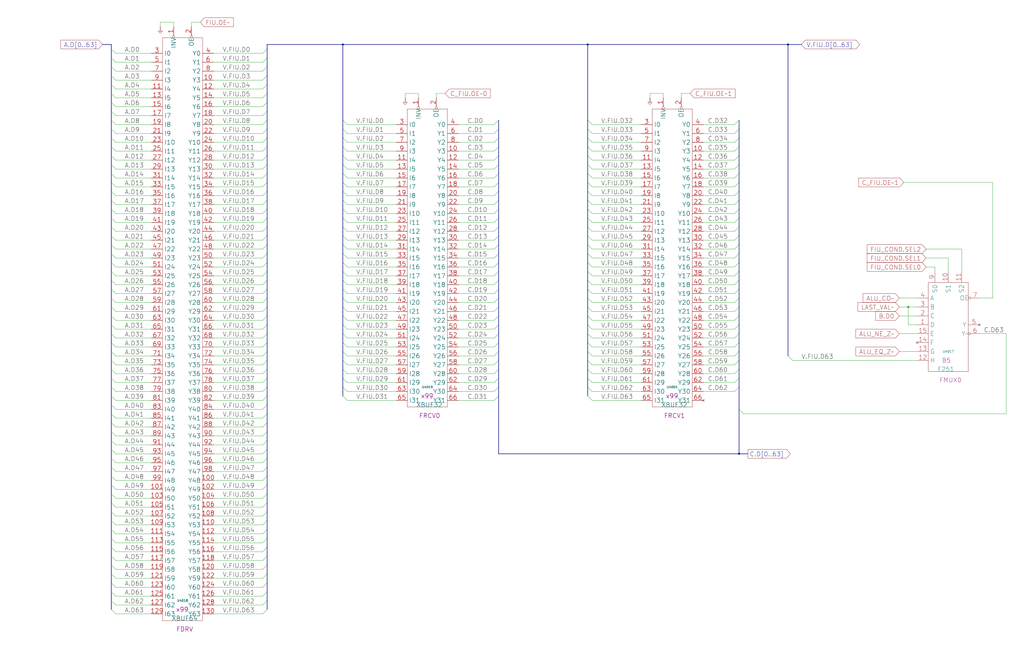
<source format=kicad_sch>
(kicad_sch (version 20230121) (generator eeschema)
  (paper "User" 584.2 378.46)
  (title_block (title "FIU DRIVER AND RECEIVER") (date "22-MAR-90") (rev "1.0") (comment 1 "VALUE") (comment 2 "232-003063") (comment 3 "S400") (comment 4 "RELEASED"))
  (junction (at 195.58 25.4))
  (junction (at 335.28 25.4))
  (junction (at 518.16 175.26))
  (junction (at 421.64 259.08))
  (junction (at 449.58 25.4))
  (no_connect (at 558.8 185.42))
  (no_connect (at 523.24 195.58))
  (no_connect (at 401.32 228.6))
  (bus_entry (at 284.48 165.1) (size -2.54 2.54))
  (bus_entry (at 63.5 215.9) (size 2.54 2.54))
  (bus_entry (at 284.48 170.18) (size -2.54 2.54))
  (bus_entry (at 63.5 99.06) (size 2.54 2.54))
  (bus_entry (at 449.58 203.2) (size 2.54 2.54))
  (bus_entry (at 284.48 134.62) (size -2.54 2.54))
  (bus_entry (at 63.5 312.42) (size 2.54 2.54))
  (bus_entry (at 421.64 180.34) (size -2.54 2.54))
  (bus_entry (at 421.64 210.82) (size -2.54 2.54))
  (bus_entry (at 421.64 124.46) (size -2.54 2.54))
  (bus_entry (at 284.48 205.74) (size -2.54 2.54))
  (bus_entry (at 195.58 220.98) (size 2.54 2.54))
  (bus_entry (at 335.28 190.5) (size 2.54 2.54))
  (bus_entry (at 421.64 195.58) (size -2.54 2.54))
  (bus_entry (at 63.5 170.18) (size 2.54 2.54))
  (bus_entry (at 152.4 170.18) (size -2.54 2.54))
  (bus_entry (at 152.4 200.66) (size -2.54 2.54))
  (bus_entry (at 195.58 73.66) (size 2.54 2.54))
  (bus_entry (at 284.48 220.98) (size -2.54 2.54))
  (bus_entry (at 152.4 210.82) (size -2.54 2.54))
  (bus_entry (at 152.4 149.86) (size -2.54 2.54))
  (bus_entry (at 421.64 165.1) (size -2.54 2.54))
  (bus_entry (at 63.5 78.74) (size 2.54 2.54))
  (bus_entry (at 335.28 180.34) (size 2.54 2.54))
  (bus_entry (at 152.4 165.1) (size -2.54 2.54))
  (bus_entry (at 335.28 99.06) (size 2.54 2.54))
  (bus_entry (at 63.5 27.94) (size 2.54 2.54))
  (bus_entry (at 63.5 119.38) (size 2.54 2.54))
  (bus_entry (at 421.64 109.22) (size -2.54 2.54))
  (bus_entry (at 152.4 246.38) (size -2.54 2.54))
  (bus_entry (at 63.5 88.9) (size 2.54 2.54))
  (bus_entry (at 195.58 114.3) (size 2.54 2.54))
  (bus_entry (at 63.5 266.7) (size 2.54 2.54))
  (bus_entry (at 195.58 160.02) (size 2.54 2.54))
  (bus_entry (at 63.5 220.98) (size 2.54 2.54))
  (bus_entry (at 195.58 226.06) (size 2.54 2.54))
  (bus_entry (at 195.58 215.9) (size 2.54 2.54))
  (bus_entry (at 63.5 160.02) (size 2.54 2.54))
  (bus_entry (at 421.64 139.7) (size -2.54 2.54))
  (bus_entry (at 63.5 83.82) (size 2.54 2.54))
  (bus_entry (at 152.4 307.34) (size -2.54 2.54))
  (bus_entry (at 63.5 322.58) (size 2.54 2.54))
  (bus_entry (at 152.4 58.42) (size -2.54 2.54))
  (bus_entry (at 152.4 322.58) (size -2.54 2.54))
  (bus_entry (at 421.64 144.78) (size -2.54 2.54))
  (bus_entry (at 335.28 144.78) (size 2.54 2.54))
  (bus_entry (at 63.5 185.42) (size 2.54 2.54))
  (bus_entry (at 284.48 190.5) (size -2.54 2.54))
  (bus_entry (at 152.4 205.74) (size -2.54 2.54))
  (bus_entry (at 152.4 119.38) (size -2.54 2.54))
  (bus_entry (at 152.4 99.06) (size -2.54 2.54))
  (bus_entry (at 421.64 129.54) (size -2.54 2.54))
  (bus_entry (at 284.48 83.82) (size -2.54 2.54))
  (bus_entry (at 195.58 170.18) (size 2.54 2.54))
  (bus_entry (at 152.4 134.62) (size -2.54 2.54))
  (bus_entry (at 421.64 134.62) (size -2.54 2.54))
  (bus_entry (at 63.5 281.94) (size 2.54 2.54))
  (bus_entry (at 421.64 170.18) (size -2.54 2.54))
  (bus_entry (at 335.28 154.94) (size 2.54 2.54))
  (bus_entry (at 195.58 104.14) (size 2.54 2.54))
  (bus_entry (at 421.64 233.68) (size 2.54 2.54))
  (bus_entry (at 63.5 63.5) (size 2.54 2.54))
  (bus_entry (at 152.4 139.7) (size -2.54 2.54))
  (bus_entry (at 335.28 170.18) (size 2.54 2.54))
  (bus_entry (at 195.58 124.46) (size 2.54 2.54))
  (bus_entry (at 335.28 195.58) (size 2.54 2.54))
  (bus_entry (at 63.5 231.14) (size 2.54 2.54))
  (bus_entry (at 63.5 317.5) (size 2.54 2.54))
  (bus_entry (at 63.5 165.1) (size 2.54 2.54))
  (bus_entry (at 63.5 53.34) (size 2.54 2.54))
  (bus_entry (at 421.64 220.98) (size -2.54 2.54))
  (bus_entry (at 63.5 261.62) (size 2.54 2.54))
  (bus_entry (at 63.5 205.74) (size 2.54 2.54))
  (bus_entry (at 152.4 180.34) (size -2.54 2.54))
  (bus_entry (at 152.4 73.66) (size -2.54 2.54))
  (bus_entry (at 335.28 205.74) (size 2.54 2.54))
  (bus_entry (at 421.64 99.06) (size -2.54 2.54))
  (bus_entry (at 284.48 99.06) (size -2.54 2.54))
  (bus_entry (at 63.5 302.26) (size 2.54 2.54))
  (bus_entry (at 63.5 38.1) (size 2.54 2.54))
  (bus_entry (at 421.64 114.3) (size -2.54 2.54))
  (bus_entry (at 63.5 271.78) (size 2.54 2.54))
  (bus_entry (at 63.5 144.78) (size 2.54 2.54))
  (bus_entry (at 63.5 33.02) (size 2.54 2.54))
  (bus_entry (at 152.4 144.78) (size -2.54 2.54))
  (bus_entry (at 284.48 93.98) (size -2.54 2.54))
  (bus_entry (at 421.64 185.42) (size -2.54 2.54))
  (bus_entry (at 63.5 347.98) (size 2.54 2.54))
  (bus_entry (at 335.28 78.74) (size 2.54 2.54))
  (bus_entry (at 284.48 195.58) (size -2.54 2.54))
  (bus_entry (at 63.5 236.22) (size 2.54 2.54))
  (bus_entry (at 152.4 347.98) (size -2.54 2.54))
  (bus_entry (at 152.4 266.7) (size -2.54 2.54))
  (bus_entry (at 195.58 119.38) (size 2.54 2.54))
  (bus_entry (at 421.64 119.38) (size -2.54 2.54))
  (bus_entry (at 335.28 88.9) (size 2.54 2.54))
  (bus_entry (at 195.58 149.86) (size 2.54 2.54))
  (bus_entry (at 152.4 276.86) (size -2.54 2.54))
  (bus_entry (at 63.5 68.58) (size 2.54 2.54))
  (bus_entry (at 152.4 281.94) (size -2.54 2.54))
  (bus_entry (at 284.48 78.74) (size -2.54 2.54))
  (bus_entry (at 63.5 134.62) (size 2.54 2.54))
  (bus_entry (at 421.64 160.02) (size -2.54 2.54))
  (bus_entry (at 152.4 175.26) (size -2.54 2.54))
  (bus_entry (at 284.48 114.3) (size -2.54 2.54))
  (bus_entry (at 335.28 124.46) (size 2.54 2.54))
  (bus_entry (at 284.48 226.06) (size -2.54 2.54))
  (bus_entry (at 195.58 83.82) (size 2.54 2.54))
  (bus_entry (at 63.5 154.94) (size 2.54 2.54))
  (bus_entry (at 284.48 175.26) (size -2.54 2.54))
  (bus_entry (at 335.28 114.3) (size 2.54 2.54))
  (bus_entry (at 195.58 129.54) (size 2.54 2.54))
  (bus_entry (at 195.58 154.94) (size 2.54 2.54))
  (bus_entry (at 335.28 210.82) (size 2.54 2.54))
  (bus_entry (at 152.4 231.14) (size -2.54 2.54))
  (bus_entry (at 63.5 256.54) (size 2.54 2.54))
  (bus_entry (at 335.28 93.98) (size 2.54 2.54))
  (bus_entry (at 335.28 220.98) (size 2.54 2.54))
  (bus_entry (at 335.28 83.82) (size 2.54 2.54))
  (bus_entry (at 152.4 271.78) (size -2.54 2.54))
  (bus_entry (at 152.4 68.58) (size -2.54 2.54))
  (bus_entry (at 63.5 226.06) (size 2.54 2.54))
  (bus_entry (at 421.64 175.26) (size -2.54 2.54))
  (bus_entry (at 152.4 251.46) (size -2.54 2.54))
  (bus_entry (at 421.64 200.66) (size -2.54 2.54))
  (bus_entry (at 63.5 241.3) (size 2.54 2.54))
  (bus_entry (at 421.64 205.74) (size -2.54 2.54))
  (bus_entry (at 152.4 287.02) (size -2.54 2.54))
  (bus_entry (at 284.48 119.38) (size -2.54 2.54))
  (bus_entry (at 152.4 63.5) (size -2.54 2.54))
  (bus_entry (at 152.4 317.5) (size -2.54 2.54))
  (bus_entry (at 335.28 160.02) (size 2.54 2.54))
  (bus_entry (at 195.58 99.06) (size 2.54 2.54))
  (bus_entry (at 63.5 43.18) (size 2.54 2.54))
  (bus_entry (at 152.4 124.46) (size -2.54 2.54))
  (bus_entry (at 335.28 139.7) (size 2.54 2.54))
  (bus_entry (at 421.64 88.9) (size -2.54 2.54))
  (bus_entry (at 335.28 109.22) (size 2.54 2.54))
  (bus_entry (at 195.58 144.78) (size 2.54 2.54))
  (bus_entry (at 152.4 220.98) (size -2.54 2.54))
  (bus_entry (at 152.4 48.26) (size -2.54 2.54))
  (bus_entry (at 421.64 83.82) (size -2.54 2.54))
  (bus_entry (at 284.48 154.94) (size -2.54 2.54))
  (bus_entry (at 284.48 144.78) (size -2.54 2.54))
  (bus_entry (at 284.48 88.9) (size -2.54 2.54))
  (bus_entry (at 152.4 114.3) (size -2.54 2.54))
  (bus_entry (at 63.5 139.7) (size 2.54 2.54))
  (bus_entry (at 195.58 134.62) (size 2.54 2.54))
  (bus_entry (at 421.64 149.86) (size -2.54 2.54))
  (bus_entry (at 152.4 256.54) (size -2.54 2.54))
  (bus_entry (at 284.48 68.58) (size -2.54 2.54))
  (bus_entry (at 152.4 302.26) (size -2.54 2.54))
  (bus_entry (at 63.5 58.42) (size 2.54 2.54))
  (bus_entry (at 284.48 149.86) (size -2.54 2.54))
  (bus_entry (at 152.4 53.34) (size -2.54 2.54))
  (bus_entry (at 421.64 73.66) (size -2.54 2.54))
  (bus_entry (at 152.4 226.06) (size -2.54 2.54))
  (bus_entry (at 195.58 109.22) (size 2.54 2.54))
  (bus_entry (at 63.5 327.66) (size 2.54 2.54))
  (bus_entry (at 335.28 119.38) (size 2.54 2.54))
  (bus_entry (at 195.58 78.74) (size 2.54 2.54))
  (bus_entry (at 284.48 109.22) (size -2.54 2.54))
  (bus_entry (at 152.4 195.58) (size -2.54 2.54))
  (bus_entry (at 63.5 114.3) (size 2.54 2.54))
  (bus_entry (at 335.28 226.06) (size 2.54 2.54))
  (bus_entry (at 63.5 332.74) (size 2.54 2.54))
  (bus_entry (at 335.28 215.9) (size 2.54 2.54))
  (bus_entry (at 63.5 48.26) (size 2.54 2.54))
  (bus_entry (at 63.5 195.58) (size 2.54 2.54))
  (bus_entry (at 195.58 200.66) (size 2.54 2.54))
  (bus_entry (at 152.4 292.1) (size -2.54 2.54))
  (bus_entry (at 152.4 93.98) (size -2.54 2.54))
  (bus_entry (at 63.5 287.02) (size 2.54 2.54))
  (bus_entry (at 152.4 88.9) (size -2.54 2.54))
  (bus_entry (at 152.4 337.82) (size -2.54 2.54))
  (bus_entry (at 421.64 78.74) (size -2.54 2.54))
  (bus_entry (at 152.4 33.02) (size -2.54 2.54))
  (bus_entry (at 63.5 251.46) (size 2.54 2.54))
  (bus_entry (at 284.48 73.66) (size -2.54 2.54))
  (bus_entry (at 284.48 180.34) (size -2.54 2.54))
  (bus_entry (at 63.5 292.1) (size 2.54 2.54))
  (bus_entry (at 63.5 149.86) (size 2.54 2.54))
  (bus_entry (at 152.4 160.02) (size -2.54 2.54))
  (bus_entry (at 421.64 190.5) (size -2.54 2.54))
  (bus_entry (at 63.5 200.66) (size 2.54 2.54))
  (bus_entry (at 195.58 175.26) (size 2.54 2.54))
  (bus_entry (at 152.4 104.14) (size -2.54 2.54))
  (bus_entry (at 63.5 124.46) (size 2.54 2.54))
  (bus_entry (at 335.28 165.1) (size 2.54 2.54))
  (bus_entry (at 335.28 73.66) (size 2.54 2.54))
  (bus_entry (at 335.28 134.62) (size 2.54 2.54))
  (bus_entry (at 63.5 246.38) (size 2.54 2.54))
  (bus_entry (at 284.48 185.42) (size -2.54 2.54))
  (bus_entry (at 195.58 205.74) (size 2.54 2.54))
  (bus_entry (at 152.4 215.9) (size -2.54 2.54))
  (bus_entry (at 195.58 93.98) (size 2.54 2.54))
  (bus_entry (at 335.28 68.58) (size 2.54 2.54))
  (bus_entry (at 152.4 154.94) (size -2.54 2.54))
  (bus_entry (at 195.58 139.7) (size 2.54 2.54))
  (bus_entry (at 284.48 139.7) (size -2.54 2.54))
  (bus_entry (at 195.58 190.5) (size 2.54 2.54))
  (bus_entry (at 421.64 215.9) (size -2.54 2.54))
  (bus_entry (at 63.5 73.66) (size 2.54 2.54))
  (bus_entry (at 63.5 175.26) (size 2.54 2.54))
  (bus_entry (at 421.64 68.58) (size -2.54 2.54))
  (bus_entry (at 152.4 27.94) (size -2.54 2.54))
  (bus_entry (at 63.5 210.82) (size 2.54 2.54))
  (bus_entry (at 284.48 129.54) (size -2.54 2.54))
  (bus_entry (at 284.48 104.14) (size -2.54 2.54))
  (bus_entry (at 63.5 307.34) (size 2.54 2.54))
  (bus_entry (at 335.28 129.54) (size 2.54 2.54))
  (bus_entry (at 152.4 297.18) (size -2.54 2.54))
  (bus_entry (at 284.48 200.66) (size -2.54 2.54))
  (bus_entry (at 152.4 185.42) (size -2.54 2.54))
  (bus_entry (at 284.48 210.82) (size -2.54 2.54))
  (bus_entry (at 195.58 185.42) (size 2.54 2.54))
  (bus_entry (at 152.4 342.9) (size -2.54 2.54))
  (bus_entry (at 284.48 124.46) (size -2.54 2.54))
  (bus_entry (at 152.4 38.1) (size -2.54 2.54))
  (bus_entry (at 335.28 200.66) (size 2.54 2.54))
  (bus_entry (at 421.64 154.94) (size -2.54 2.54))
  (bus_entry (at 63.5 109.22) (size 2.54 2.54))
  (bus_entry (at 63.5 180.34) (size 2.54 2.54))
  (bus_entry (at 63.5 104.14) (size 2.54 2.54))
  (bus_entry (at 195.58 195.58) (size 2.54 2.54))
  (bus_entry (at 152.4 83.82) (size -2.54 2.54))
  (bus_entry (at 421.64 104.14) (size -2.54 2.54))
  (bus_entry (at 63.5 297.18) (size 2.54 2.54))
  (bus_entry (at 195.58 68.58) (size 2.54 2.54))
  (bus_entry (at 63.5 276.86) (size 2.54 2.54))
  (bus_entry (at 152.4 312.42) (size -2.54 2.54))
  (bus_entry (at 152.4 236.22) (size -2.54 2.54))
  (bus_entry (at 63.5 337.82) (size 2.54 2.54))
  (bus_entry (at 63.5 93.98) (size 2.54 2.54))
  (bus_entry (at 63.5 190.5) (size 2.54 2.54))
  (bus_entry (at 284.48 215.9) (size -2.54 2.54))
  (bus_entry (at 335.28 185.42) (size 2.54 2.54))
  (bus_entry (at 152.4 43.18) (size -2.54 2.54))
  (bus_entry (at 195.58 165.1) (size 2.54 2.54))
  (bus_entry (at 195.58 180.34) (size 2.54 2.54))
  (bus_entry (at 335.28 175.26) (size 2.54 2.54))
  (bus_entry (at 152.4 78.74) (size -2.54 2.54))
  (bus_entry (at 152.4 109.22) (size -2.54 2.54))
  (bus_entry (at 284.48 160.02) (size -2.54 2.54))
  (bus_entry (at 152.4 241.3) (size -2.54 2.54))
  (bus_entry (at 63.5 129.54) (size 2.54 2.54))
  (bus_entry (at 152.4 261.62) (size -2.54 2.54))
  (bus_entry (at 152.4 129.54) (size -2.54 2.54))
  (bus_entry (at 152.4 190.5) (size -2.54 2.54))
  (bus_entry (at 335.28 149.86) (size 2.54 2.54))
  (bus_entry (at 335.28 104.14) (size 2.54 2.54))
  (bus_entry (at 152.4 332.74) (size -2.54 2.54))
  (bus_entry (at 421.64 93.98) (size -2.54 2.54))
  (bus_entry (at 152.4 327.66) (size -2.54 2.54))
  (bus_entry (at 195.58 88.9) (size 2.54 2.54))
  (bus_entry (at 63.5 342.9) (size 2.54 2.54))
  (bus_entry (at 195.58 210.82) (size 2.54 2.54))
  (wire (pts (xy 261.62 127) (xy 281.94 127)))
  (wire (pts (xy 86.36 314.96) (xy 66.04 314.96)))
  (bus (pts (xy 152.4 78.74) (xy 152.4 83.82)))
  (wire (pts (xy 528.32 152.4) (xy 533.4 152.4)))
  (bus (pts (xy 152.4 33.02) (xy 152.4 38.1)))
  (bus (pts (xy 152.4 144.78) (xy 152.4 149.86)))
  (wire (pts (xy 401.32 162.56) (xy 419.1 162.56)))
  (wire (pts (xy 337.82 91.44) (xy 365.76 91.44)))
  (bus (pts (xy 284.48 200.66) (xy 284.48 205.74)))
  (wire (pts (xy 513.08 175.26) (xy 518.16 175.26)))
  (wire (pts (xy 198.12 71.12) (xy 226.06 71.12)))
  (bus (pts (xy 63.5 180.34) (xy 63.5 185.42)))
  (bus (pts (xy 152.4 312.42) (xy 152.4 317.5)))
  (wire (pts (xy 86.36 203.2) (xy 66.04 203.2)))
  (wire (pts (xy 261.62 106.68) (xy 281.94 106.68)))
  (wire (pts (xy 337.82 167.64) (xy 365.76 167.64)))
  (bus (pts (xy 152.4 241.3) (xy 152.4 246.38)))
  (wire (pts (xy 401.32 121.92) (xy 419.1 121.92)))
  (wire (pts (xy 114.3 12.7) (xy 109.22 12.7)))
  (wire (pts (xy 401.32 116.84) (xy 419.1 116.84)))
  (wire (pts (xy 513.08 190.5) (xy 523.24 190.5)))
  (bus (pts (xy 152.4 175.26) (xy 152.4 180.34)))
  (bus (pts (xy 195.58 25.4) (xy 335.28 25.4)))
  (bus (pts (xy 152.4 307.34) (xy 152.4 312.42)))
  (wire (pts (xy 149.86 35.56) (xy 121.92 35.56)))
  (bus (pts (xy 152.4 43.18) (xy 152.4 48.26)))
  (wire (pts (xy 198.12 101.6) (xy 226.06 101.6)))
  (bus (pts (xy 421.64 180.34) (xy 421.64 185.42)))
  (bus (pts (xy 421.64 129.54) (xy 421.64 134.62)))
  (bus (pts (xy 421.64 175.26) (xy 421.64 180.34)))
  (bus (pts (xy 63.5 215.9) (xy 63.5 220.98)))
  (wire (pts (xy 86.36 259.08) (xy 66.04 259.08)))
  (wire (pts (xy 337.82 111.76) (xy 365.76 111.76)))
  (wire (pts (xy 261.62 193.04) (xy 281.94 193.04)))
  (bus (pts (xy 152.4 246.38) (xy 152.4 251.46)))
  (bus (pts (xy 284.48 190.5) (xy 284.48 195.58)))
  (wire (pts (xy 86.36 254) (xy 66.04 254)))
  (wire (pts (xy 261.62 157.48) (xy 281.94 157.48)))
  (wire (pts (xy 337.82 172.72) (xy 365.76 172.72)))
  (bus (pts (xy 63.5 246.38) (xy 63.5 251.46)))
  (bus (pts (xy 195.58 119.38) (xy 195.58 124.46)))
  (bus (pts (xy 63.5 63.5) (xy 63.5 68.58)))
  (bus (pts (xy 284.48 149.86) (xy 284.48 154.94)))
  (bus (pts (xy 63.5 139.7) (xy 63.5 144.78)))
  (bus (pts (xy 152.4 266.7) (xy 152.4 271.78)))
  (wire (pts (xy 518.16 185.42) (xy 518.16 175.26)))
  (bus (pts (xy 195.58 109.22) (xy 195.58 114.3)))
  (wire (pts (xy 149.86 137.16) (xy 121.92 137.16)))
  (wire (pts (xy 337.82 193.04) (xy 365.76 193.04)))
  (bus (pts (xy 421.64 68.58) (xy 421.64 73.66)))
  (bus (pts (xy 152.4 226.06) (xy 152.4 231.14)))
  (wire (pts (xy 198.12 147.32) (xy 226.06 147.32)))
  (bus (pts (xy 63.5 134.62) (xy 63.5 139.7)))
  (wire (pts (xy 198.12 193.04) (xy 226.06 193.04)))
  (wire (pts (xy 198.12 198.12) (xy 226.06 198.12)))
  (wire (pts (xy 198.12 91.44) (xy 226.06 91.44)))
  (wire (pts (xy 149.86 45.72) (xy 121.92 45.72)))
  (bus (pts (xy 63.5 33.02) (xy 63.5 38.1)))
  (bus (pts (xy 284.48 175.26) (xy 284.48 180.34)))
  (wire (pts (xy 198.12 86.36) (xy 226.06 86.36)))
  (bus (pts (xy 421.64 160.02) (xy 421.64 165.1)))
  (bus (pts (xy 195.58 205.74) (xy 195.58 210.82)))
  (wire (pts (xy 198.12 208.28) (xy 226.06 208.28)))
  (bus (pts (xy 63.5 302.26) (xy 63.5 307.34)))
  (wire (pts (xy 86.36 91.44) (xy 66.04 91.44)))
  (wire (pts (xy 149.86 284.48) (xy 121.92 284.48)))
  (bus (pts (xy 152.4 88.9) (xy 152.4 93.98)))
  (wire (pts (xy 337.82 137.16) (xy 365.76 137.16)))
  (bus (pts (xy 421.64 139.7) (xy 421.64 144.78)))
  (wire (pts (xy 261.62 71.12) (xy 281.94 71.12)))
  (bus (pts (xy 63.5 205.74) (xy 63.5 210.82)))
  (bus (pts (xy 152.4 256.54) (xy 152.4 261.62)))
  (wire (pts (xy 149.86 340.36) (xy 121.92 340.36)))
  (bus (pts (xy 335.28 68.58) (xy 335.28 73.66)))
  (wire (pts (xy 86.36 182.88) (xy 66.04 182.88)))
  (wire (pts (xy 558.8 170.18) (xy 566.42 170.18)))
  (wire (pts (xy 261.62 81.28) (xy 281.94 81.28)))
  (bus (pts (xy 421.64 210.82) (xy 421.64 215.9)))
  (bus (pts (xy 195.58 185.42) (xy 195.58 190.5)))
  (bus (pts (xy 284.48 210.82) (xy 284.48 215.9)))
  (wire (pts (xy 198.12 142.24) (xy 226.06 142.24)))
  (bus (pts (xy 421.64 104.14) (xy 421.64 109.22)))
  (wire (pts (xy 198.12 162.56) (xy 226.06 162.56)))
  (bus (pts (xy 284.48 226.06) (xy 284.48 259.08)))
  (wire (pts (xy 261.62 167.64) (xy 281.94 167.64)))
  (bus (pts (xy 152.4 302.26) (xy 152.4 307.34)))
  (bus (pts (xy 195.58 154.94) (xy 195.58 160.02)))
  (wire (pts (xy 149.86 218.44) (xy 121.92 218.44)))
  (bus (pts (xy 152.4 231.14) (xy 152.4 236.22)))
  (bus (pts (xy 195.58 129.54) (xy 195.58 134.62)))
  (wire (pts (xy 261.62 121.92) (xy 281.94 121.92)))
  (bus (pts (xy 195.58 25.4) (xy 195.58 68.58)))
  (bus (pts (xy 63.5 236.22) (xy 63.5 241.3)))
  (wire (pts (xy 86.36 274.32) (xy 66.04 274.32)))
  (bus (pts (xy 63.5 317.5) (xy 63.5 322.58)))
  (bus (pts (xy 152.4 83.82) (xy 152.4 88.9)))
  (wire (pts (xy 86.36 50.8) (xy 66.04 50.8)))
  (bus (pts (xy 63.5 25.4) (xy 63.5 27.94)))
  (bus (pts (xy 335.28 149.86) (xy 335.28 154.94)))
  (bus (pts (xy 152.4 215.9) (xy 152.4 220.98)))
  (wire (pts (xy 86.36 238.76) (xy 66.04 238.76)))
  (bus (pts (xy 63.5 185.42) (xy 63.5 190.5)))
  (bus (pts (xy 63.5 104.14) (xy 63.5 109.22)))
  (wire (pts (xy 86.36 121.92) (xy 66.04 121.92)))
  (wire (pts (xy 86.36 350.52) (xy 66.04 350.52)))
  (wire (pts (xy 401.32 111.76) (xy 419.1 111.76)))
  (bus (pts (xy 152.4 58.42) (xy 152.4 63.5)))
  (bus (pts (xy 63.5 231.14) (xy 63.5 236.22)))
  (wire (pts (xy 401.32 177.8) (xy 419.1 177.8)))
  (bus (pts (xy 152.4 200.66) (xy 152.4 205.74)))
  (bus (pts (xy 152.4 292.1) (xy 152.4 297.18)))
  (wire (pts (xy 149.86 177.8) (xy 121.92 177.8)))
  (wire (pts (xy 254 53.34) (xy 248.92 53.34)))
  (wire (pts (xy 388.62 53.34) (xy 388.62 55.88)))
  (wire (pts (xy 401.32 172.72) (xy 419.1 172.72)))
  (bus (pts (xy 421.64 144.78) (xy 421.64 149.86)))
  (bus (pts (xy 152.4 195.58) (xy 152.4 200.66)))
  (wire (pts (xy 370.84 55.88) (xy 370.84 53.34)))
  (bus (pts (xy 421.64 83.82) (xy 421.64 88.9)))
  (bus (pts (xy 63.5 261.62) (xy 63.5 266.7)))
  (wire (pts (xy 149.86 111.76) (xy 121.92 111.76)))
  (wire (pts (xy 261.62 223.52) (xy 281.94 223.52)))
  (wire (pts (xy 149.86 289.56) (xy 121.92 289.56)))
  (wire (pts (xy 99.06 12.7) (xy 99.06 15.24)))
  (bus (pts (xy 421.64 99.06) (xy 421.64 104.14)))
  (wire (pts (xy 513.08 180.34) (xy 523.24 180.34)))
  (bus (pts (xy 335.28 119.38) (xy 335.28 124.46)))
  (wire (pts (xy 86.36 340.36) (xy 66.04 340.36)))
  (bus (pts (xy 152.4 276.86) (xy 152.4 281.94)))
  (wire (pts (xy 424.18 236.22) (xy 574.04 236.22)))
  (wire (pts (xy 86.36 81.28) (xy 66.04 81.28)))
  (bus (pts (xy 284.48 205.74) (xy 284.48 210.82)))
  (wire (pts (xy 149.86 223.52) (xy 121.92 223.52)))
  (wire (pts (xy 86.36 35.56) (xy 66.04 35.56)))
  (bus (pts (xy 195.58 93.98) (xy 195.58 99.06)))
  (wire (pts (xy 149.86 96.52) (xy 121.92 96.52)))
  (bus (pts (xy 152.4 25.4) (xy 195.58 25.4)))
  (wire (pts (xy 149.86 203.2) (xy 121.92 203.2)))
  (wire (pts (xy 198.12 111.76) (xy 226.06 111.76)))
  (bus (pts (xy 152.4 38.1) (xy 152.4 43.18)))
  (wire (pts (xy 86.36 157.48) (xy 66.04 157.48)))
  (wire (pts (xy 574.04 190.5) (xy 558.8 190.5)))
  (wire (pts (xy 261.62 187.96) (xy 281.94 187.96)))
  (bus (pts (xy 152.4 287.02) (xy 152.4 292.1)))
  (bus (pts (xy 335.28 114.3) (xy 335.28 119.38)))
  (bus (pts (xy 152.4 297.18) (xy 152.4 302.26)))
  (wire (pts (xy 198.12 127) (xy 226.06 127)))
  (bus (pts (xy 63.5 287.02) (xy 63.5 292.1)))
  (wire (pts (xy 149.86 60.96) (xy 121.92 60.96)))
  (bus (pts (xy 152.4 190.5) (xy 152.4 195.58)))
  (bus (pts (xy 335.28 93.98) (xy 335.28 99.06)))
  (wire (pts (xy 261.62 137.16) (xy 281.94 137.16)))
  (wire (pts (xy 337.82 147.32) (xy 365.76 147.32)))
  (bus (pts (xy 421.64 124.46) (xy 421.64 129.54)))
  (wire (pts (xy 149.86 330.2) (xy 121.92 330.2)))
  (wire (pts (xy 337.82 71.12) (xy 365.76 71.12)))
  (bus (pts (xy 335.28 88.9) (xy 335.28 93.98)))
  (bus (pts (xy 152.4 149.86) (xy 152.4 154.94)))
  (wire (pts (xy 198.12 218.44) (xy 226.06 218.44)))
  (wire (pts (xy 401.32 106.68) (xy 419.1 106.68)))
  (wire (pts (xy 86.36 40.64) (xy 66.04 40.64)))
  (wire (pts (xy 149.86 182.88) (xy 121.92 182.88)))
  (bus (pts (xy 152.4 93.98) (xy 152.4 99.06)))
  (bus (pts (xy 195.58 200.66) (xy 195.58 205.74)))
  (bus (pts (xy 63.5 332.74) (xy 63.5 337.82)))
  (wire (pts (xy 198.12 213.36) (xy 226.06 213.36)))
  (wire (pts (xy 401.32 208.28) (xy 419.1 208.28)))
  (wire (pts (xy 86.36 132.08) (xy 66.04 132.08)))
  (wire (pts (xy 149.86 350.52) (xy 121.92 350.52)))
  (wire (pts (xy 513.08 170.18) (xy 523.24 170.18)))
  (bus (pts (xy 63.5 165.1) (xy 63.5 170.18)))
  (bus (pts (xy 195.58 114.3) (xy 195.58 119.38)))
  (wire (pts (xy 261.62 162.56) (xy 281.94 162.56)))
  (bus (pts (xy 335.28 160.02) (xy 335.28 165.1)))
  (bus (pts (xy 152.4 124.46) (xy 152.4 129.54)))
  (wire (pts (xy 401.32 91.44) (xy 419.1 91.44)))
  (wire (pts (xy 149.86 314.96) (xy 121.92 314.96)))
  (bus (pts (xy 195.58 139.7) (xy 195.58 144.78)))
  (bus (pts (xy 152.4 220.98) (xy 152.4 226.06)))
  (bus (pts (xy 284.48 259.08) (xy 421.64 259.08)))
  (bus (pts (xy 335.28 104.14) (xy 335.28 109.22)))
  (wire (pts (xy 86.36 60.96) (xy 66.04 60.96)))
  (bus (pts (xy 63.5 83.82) (xy 63.5 88.9)))
  (bus (pts (xy 284.48 144.78) (xy 284.48 149.86)))
  (bus (pts (xy 63.5 73.66) (xy 63.5 78.74)))
  (wire (pts (xy 149.86 269.24) (xy 121.92 269.24)))
  (bus (pts (xy 63.5 327.66) (xy 63.5 332.74)))
  (wire (pts (xy 515.62 104.14) (xy 566.42 104.14)))
  (wire (pts (xy 149.86 187.96) (xy 121.92 187.96)))
  (bus (pts (xy 63.5 210.82) (xy 63.5 215.9)))
  (bus (pts (xy 421.64 78.74) (xy 421.64 83.82)))
  (bus (pts (xy 63.5 226.06) (xy 63.5 231.14)))
  (bus (pts (xy 63.5 307.34) (xy 63.5 312.42)))
  (wire (pts (xy 337.82 81.28) (xy 365.76 81.28)))
  (wire (pts (xy 149.86 86.36) (xy 121.92 86.36)))
  (wire (pts (xy 149.86 294.64) (xy 121.92 294.64)))
  (bus (pts (xy 335.28 109.22) (xy 335.28 114.3)))
  (wire (pts (xy 370.84 53.34) (xy 378.46 53.34)))
  (wire (pts (xy 401.32 127) (xy 419.1 127)))
  (bus (pts (xy 63.5 99.06) (xy 63.5 104.14)))
  (bus (pts (xy 63.5 124.46) (xy 63.5 129.54)))
  (bus (pts (xy 63.5 58.42) (xy 63.5 63.5)))
  (bus (pts (xy 152.4 48.26) (xy 152.4 53.34)))
  (bus (pts (xy 63.5 114.3) (xy 63.5 119.38)))
  (wire (pts (xy 337.82 187.96) (xy 365.76 187.96)))
  (wire (pts (xy 86.36 269.24) (xy 66.04 269.24)))
  (bus (pts (xy 63.5 27.94) (xy 63.5 33.02)))
  (wire (pts (xy 86.36 289.56) (xy 66.04 289.56)))
  (bus (pts (xy 63.5 337.82) (xy 63.5 342.9)))
  (bus (pts (xy 421.64 185.42) (xy 421.64 190.5)))
  (bus (pts (xy 421.64 190.5) (xy 421.64 195.58)))
  (wire (pts (xy 337.82 142.24) (xy 365.76 142.24)))
  (bus (pts (xy 421.64 165.1) (xy 421.64 170.18)))
  (wire (pts (xy 86.36 167.64) (xy 66.04 167.64)))
  (wire (pts (xy 261.62 116.84) (xy 281.94 116.84)))
  (wire (pts (xy 149.86 299.72) (xy 121.92 299.72)))
  (wire (pts (xy 149.86 91.44) (xy 121.92 91.44)))
  (bus (pts (xy 152.4 205.74) (xy 152.4 210.82)))
  (bus (pts (xy 63.5 220.98) (xy 63.5 226.06)))
  (wire (pts (xy 261.62 152.4) (xy 281.94 152.4)))
  (wire (pts (xy 149.86 71.12) (xy 121.92 71.12)))
  (wire (pts (xy 337.82 213.36) (xy 365.76 213.36)))
  (wire (pts (xy 149.86 50.8) (xy 121.92 50.8)))
  (wire (pts (xy 198.12 81.28) (xy 226.06 81.28)))
  (bus (pts (xy 152.4 332.74) (xy 152.4 337.82)))
  (wire (pts (xy 149.86 116.84) (xy 121.92 116.84)))
  (wire (pts (xy 261.62 208.28) (xy 281.94 208.28)))
  (wire (pts (xy 86.36 198.12) (xy 66.04 198.12)))
  (wire (pts (xy 86.36 66.04) (xy 66.04 66.04)))
  (bus (pts (xy 195.58 73.66) (xy 195.58 78.74)))
  (wire (pts (xy 149.86 264.16) (xy 121.92 264.16)))
  (wire (pts (xy 86.36 304.8) (xy 66.04 304.8)))
  (bus (pts (xy 426.72 259.08) (xy 421.64 259.08)))
  (wire (pts (xy 261.62 218.44) (xy 281.94 218.44)))
  (bus (pts (xy 152.4 27.94) (xy 152.4 33.02)))
  (bus (pts (xy 284.48 165.1) (xy 284.48 170.18)))
  (bus (pts (xy 63.5 78.74) (xy 63.5 83.82)))
  (bus (pts (xy 152.4 180.34) (xy 152.4 185.42)))
  (wire (pts (xy 198.12 157.48) (xy 226.06 157.48)))
  (bus (pts (xy 63.5 266.7) (xy 63.5 271.78)))
  (bus (pts (xy 335.28 139.7) (xy 335.28 144.78)))
  (wire (pts (xy 86.36 299.72) (xy 66.04 299.72)))
  (bus (pts (xy 335.28 170.18) (xy 335.28 175.26)))
  (bus (pts (xy 152.4 109.22) (xy 152.4 114.3)))
  (wire (pts (xy 261.62 111.76) (xy 281.94 111.76)))
  (bus (pts (xy 63.5 292.1) (xy 63.5 297.18)))
  (wire (pts (xy 86.36 294.64) (xy 66.04 294.64)))
  (wire (pts (xy 337.82 203.2) (xy 365.76 203.2)))
  (wire (pts (xy 149.86 81.28) (xy 121.92 81.28)))
  (wire (pts (xy 149.86 127) (xy 121.92 127)))
  (bus (pts (xy 421.64 109.22) (xy 421.64 114.3)))
  (wire (pts (xy 149.86 167.64) (xy 121.92 167.64)))
  (wire (pts (xy 149.86 274.32) (xy 121.92 274.32)))
  (wire (pts (xy 86.36 86.36) (xy 66.04 86.36)))
  (wire (pts (xy 149.86 106.68) (xy 121.92 106.68)))
  (wire (pts (xy 261.62 76.2) (xy 281.94 76.2)))
  (wire (pts (xy 91.44 12.7) (xy 99.06 12.7)))
  (bus (pts (xy 152.4 53.34) (xy 152.4 58.42)))
  (bus (pts (xy 195.58 99.06) (xy 195.58 104.14)))
  (bus (pts (xy 152.4 139.7) (xy 152.4 144.78)))
  (wire (pts (xy 149.86 228.6) (xy 121.92 228.6)))
  (wire (pts (xy 86.36 264.16) (xy 66.04 264.16)))
  (wire (pts (xy 86.36 218.44) (xy 66.04 218.44)))
  (bus (pts (xy 63.5 271.78) (xy 63.5 276.86)))
  (wire (pts (xy 401.32 167.64) (xy 419.1 167.64)))
  (bus (pts (xy 63.5 88.9) (xy 63.5 93.98)))
  (wire (pts (xy 198.12 106.68) (xy 226.06 106.68)))
  (wire (pts (xy 261.62 172.72) (xy 281.94 172.72)))
  (wire (pts (xy 231.14 53.34) (xy 238.76 53.34)))
  (wire (pts (xy 401.32 142.24) (xy 419.1 142.24)))
  (wire (pts (xy 198.12 152.4) (xy 226.06 152.4)))
  (wire (pts (xy 198.12 76.2) (xy 226.06 76.2)))
  (bus (pts (xy 195.58 165.1) (xy 195.58 170.18)))
  (wire (pts (xy 231.14 55.88) (xy 231.14 53.34)))
  (wire (pts (xy 86.36 76.2) (xy 66.04 76.2)))
  (wire (pts (xy 337.82 177.8) (xy 365.76 177.8)))
  (wire (pts (xy 337.82 162.56) (xy 365.76 162.56)))
  (bus (pts (xy 284.48 78.74) (xy 284.48 83.82)))
  (bus (pts (xy 63.5 342.9) (xy 63.5 347.98)))
  (bus (pts (xy 63.5 256.54) (xy 63.5 261.62)))
  (bus (pts (xy 152.4 73.66) (xy 152.4 78.74)))
  (bus (pts (xy 63.5 129.54) (xy 63.5 134.62)))
  (bus (pts (xy 335.28 73.66) (xy 335.28 78.74)))
  (wire (pts (xy 149.86 162.56) (xy 121.92 162.56)))
  (wire (pts (xy 401.32 193.04) (xy 419.1 193.04)))
  (bus (pts (xy 335.28 25.4) (xy 335.28 68.58)))
  (wire (pts (xy 261.62 101.6) (xy 281.94 101.6)))
  (wire (pts (xy 401.32 137.16) (xy 419.1 137.16)))
  (wire (pts (xy 86.36 279.4) (xy 66.04 279.4)))
  (wire (pts (xy 401.32 218.44) (xy 419.1 218.44)))
  (wire (pts (xy 149.86 66.04) (xy 121.92 66.04)))
  (bus (pts (xy 195.58 134.62) (xy 195.58 139.7)))
  (bus (pts (xy 284.48 114.3) (xy 284.48 119.38)))
  (bus (pts (xy 449.58 25.4) (xy 457.2 25.4)))
  (wire (pts (xy 149.86 198.12) (xy 121.92 198.12)))
  (bus (pts (xy 63.5 53.34) (xy 63.5 58.42)))
  (bus (pts (xy 63.5 68.58) (xy 63.5 73.66)))
  (wire (pts (xy 149.86 254) (xy 121.92 254)))
  (wire (pts (xy 533.4 152.4) (xy 533.4 154.94)))
  (bus (pts (xy 63.5 38.1) (xy 63.5 43.18)))
  (wire (pts (xy 198.12 203.2) (xy 226.06 203.2)))
  (wire (pts (xy 149.86 172.72) (xy 121.92 172.72)))
  (bus (pts (xy 63.5 109.22) (xy 63.5 114.3)))
  (wire (pts (xy 149.86 55.88) (xy 121.92 55.88)))
  (bus (pts (xy 335.28 124.46) (xy 335.28 129.54)))
  (wire (pts (xy 198.12 96.52) (xy 226.06 96.52)))
  (wire (pts (xy 198.12 121.92) (xy 226.06 121.92)))
  (wire (pts (xy 149.86 132.08) (xy 121.92 132.08)))
  (bus (pts (xy 152.4 317.5) (xy 152.4 322.58)))
  (wire (pts (xy 86.36 142.24) (xy 66.04 142.24)))
  (wire (pts (xy 528.32 142.24) (xy 548.64 142.24)))
  (bus (pts (xy 152.4 139.7) (xy 152.4 134.62)))
  (bus (pts (xy 152.4 236.22) (xy 152.4 241.3)))
  (bus (pts (xy 195.58 149.86) (xy 195.58 154.94)))
  (wire (pts (xy 86.36 325.12) (xy 66.04 325.12)))
  (wire (pts (xy 149.86 325.12) (xy 121.92 325.12)))
  (wire (pts (xy 86.36 330.2) (xy 66.04 330.2)))
  (bus (pts (xy 152.4 190.5) (xy 152.4 185.42)))
  (wire (pts (xy 86.36 284.48) (xy 66.04 284.48)))
  (bus (pts (xy 63.5 297.18) (xy 63.5 302.26)))
  (wire (pts (xy 149.86 345.44) (xy 121.92 345.44)))
  (bus (pts (xy 63.5 322.58) (xy 63.5 327.66)))
  (wire (pts (xy 261.62 198.12) (xy 281.94 198.12)))
  (bus (pts (xy 335.28 154.94) (xy 335.28 160.02)))
  (bus (pts (xy 284.48 195.58) (xy 284.48 200.66)))
  (bus (pts (xy 335.28 175.26) (xy 335.28 180.34)))
  (bus (pts (xy 284.48 88.9) (xy 284.48 93.98)))
  (wire (pts (xy 149.86 142.24) (xy 121.92 142.24)))
  (wire (pts (xy 91.44 15.24) (xy 91.44 12.7)))
  (bus (pts (xy 152.4 271.78) (xy 152.4 276.86)))
  (wire (pts (xy 198.12 137.16) (xy 226.06 137.16)))
  (wire (pts (xy 86.36 228.6) (xy 66.04 228.6)))
  (wire (pts (xy 86.36 213.36) (xy 66.04 213.36)))
  (bus (pts (xy 152.4 160.02) (xy 152.4 165.1)))
  (bus (pts (xy 421.64 154.94) (xy 421.64 160.02)))
  (bus (pts (xy 284.48 68.58) (xy 284.48 73.66)))
  (wire (pts (xy 337.82 223.52) (xy 365.76 223.52)))
  (wire (pts (xy 548.64 142.24) (xy 548.64 154.94)))
  (wire (pts (xy 149.86 152.4) (xy 121.92 152.4)))
  (bus (pts (xy 63.5 200.66) (xy 63.5 205.74)))
  (wire (pts (xy 574.04 236.22) (xy 574.04 190.5)))
  (wire (pts (xy 86.36 223.52) (xy 66.04 223.52)))
  (bus (pts (xy 152.4 165.1) (xy 152.4 170.18)))
  (wire (pts (xy 149.86 147.32) (xy 121.92 147.32)))
  (wire (pts (xy 401.32 157.48) (xy 419.1 157.48)))
  (wire (pts (xy 452.12 205.74) (xy 523.24 205.74)))
  (bus (pts (xy 63.5 251.46) (xy 63.5 256.54)))
  (bus (pts (xy 195.58 215.9) (xy 195.58 220.98)))
  (wire (pts (xy 86.36 30.48) (xy 66.04 30.48)))
  (bus (pts (xy 284.48 124.46) (xy 284.48 129.54)))
  (bus (pts (xy 152.4 68.58) (xy 152.4 73.66)))
  (wire (pts (xy 86.36 162.56) (xy 66.04 162.56)))
  (wire (pts (xy 149.86 121.92) (xy 121.92 121.92)))
  (wire (pts (xy 401.32 96.52) (xy 419.1 96.52)))
  (wire (pts (xy 523.24 185.42) (xy 518.16 185.42)))
  (bus (pts (xy 421.64 119.38) (xy 421.64 124.46)))
  (wire (pts (xy 337.82 106.68) (xy 365.76 106.68)))
  (wire (pts (xy 149.86 259.08) (xy 121.92 259.08)))
  (wire (pts (xy 86.36 243.84) (xy 66.04 243.84)))
  (bus (pts (xy 335.28 215.9) (xy 335.28 220.98)))
  (wire (pts (xy 337.82 157.48) (xy 365.76 157.48)))
  (wire (pts (xy 86.36 309.88) (xy 66.04 309.88)))
  (bus (pts (xy 152.4 342.9) (xy 152.4 347.98)))
  (bus (pts (xy 195.58 88.9) (xy 195.58 93.98)))
  (bus (pts (xy 421.64 215.9) (xy 421.64 220.98)))
  (wire (pts (xy 198.12 223.52) (xy 226.06 223.52)))
  (bus (pts (xy 152.4 170.18) (xy 152.4 175.26)))
  (bus (pts (xy 63.5 144.78) (xy 63.5 149.86)))
  (wire (pts (xy 149.86 279.4) (xy 121.92 279.4)))
  (bus (pts (xy 195.58 180.34) (xy 195.58 185.42)))
  (bus (pts (xy 63.5 43.18) (xy 63.5 48.26)))
  (bus (pts (xy 195.58 175.26) (xy 195.58 180.34)))
  (bus (pts (xy 284.48 180.34) (xy 284.48 185.42)))
  (wire (pts (xy 566.42 170.18) (xy 566.42 104.14)))
  (wire (pts (xy 337.82 121.92) (xy 365.76 121.92)))
  (bus (pts (xy 421.64 205.74) (xy 421.64 210.82)))
  (wire (pts (xy 198.12 177.8) (xy 226.06 177.8)))
  (bus (pts (xy 335.28 190.5) (xy 335.28 195.58)))
  (wire (pts (xy 86.36 55.88) (xy 66.04 55.88)))
  (wire (pts (xy 337.82 76.2) (xy 365.76 76.2)))
  (wire (pts (xy 238.76 53.34) (xy 238.76 55.88)))
  (wire (pts (xy 149.86 157.48) (xy 121.92 157.48)))
  (bus (pts (xy 152.4 337.82) (xy 152.4 342.9)))
  (bus (pts (xy 195.58 160.02) (xy 195.58 165.1)))
  (wire (pts (xy 86.36 71.12) (xy 66.04 71.12)))
  (wire (pts (xy 86.36 101.6) (xy 66.04 101.6)))
  (bus (pts (xy 152.4 114.3) (xy 152.4 119.38)))
  (bus (pts (xy 335.28 78.74) (xy 335.28 83.82)))
  (bus (pts (xy 284.48 215.9) (xy 284.48 220.98)))
  (bus (pts (xy 152.4 327.66) (xy 152.4 332.74)))
  (wire (pts (xy 261.62 182.88) (xy 281.94 182.88)))
  (bus (pts (xy 421.64 195.58) (xy 421.64 200.66)))
  (wire (pts (xy 86.36 152.4) (xy 66.04 152.4)))
  (wire (pts (xy 149.86 233.68) (xy 121.92 233.68)))
  (bus (pts (xy 152.4 251.46) (xy 152.4 256.54)))
  (wire (pts (xy 149.86 101.6) (xy 121.92 101.6)))
  (bus (pts (xy 63.5 190.5) (xy 63.5 195.58)))
  (bus (pts (xy 152.4 27.94) (xy 152.4 25.4)))
  (wire (pts (xy 337.82 127) (xy 365.76 127)))
  (bus (pts (xy 284.48 134.62) (xy 284.48 139.7)))
  (bus (pts (xy 152.4 210.82) (xy 152.4 215.9)))
  (wire (pts (xy 541.02 147.32) (xy 541.02 154.94)))
  (wire (pts (xy 528.32 147.32) (xy 541.02 147.32)))
  (wire (pts (xy 86.36 147.32) (xy 66.04 147.32)))
  (bus (pts (xy 284.48 73.66) (xy 284.48 78.74)))
  (wire (pts (xy 149.86 320.04) (xy 121.92 320.04)))
  (bus (pts (xy 63.5 48.26) (xy 63.5 53.34)))
  (bus (pts (xy 421.64 134.62) (xy 421.64 139.7)))
  (bus (pts (xy 335.28 165.1) (xy 335.28 170.18)))
  (wire (pts (xy 149.86 304.8) (xy 121.92 304.8)))
  (wire (pts (xy 261.62 91.44) (xy 281.94 91.44)))
  (wire (pts (xy 86.36 137.16) (xy 66.04 137.16)))
  (bus (pts (xy 335.28 25.4) (xy 449.58 25.4)))
  (bus (pts (xy 195.58 220.98) (xy 195.58 226.06)))
  (wire (pts (xy 86.36 172.72) (xy 66.04 172.72)))
  (wire (pts (xy 401.32 152.4) (xy 419.1 152.4)))
  (bus (pts (xy 152.4 63.5) (xy 152.4 68.58)))
  (wire (pts (xy 261.62 147.32) (xy 281.94 147.32)))
  (bus (pts (xy 63.5 281.94) (xy 63.5 287.02)))
  (bus (pts (xy 335.28 200.66) (xy 335.28 205.74)))
  (bus (pts (xy 421.64 259.08) (xy 421.64 233.68)))
  (wire (pts (xy 401.32 198.12) (xy 419.1 198.12)))
  (bus (pts (xy 421.64 170.18) (xy 421.64 175.26)))
  (wire (pts (xy 86.36 45.72) (xy 66.04 45.72)))
  (bus (pts (xy 63.5 276.86) (xy 63.5 281.94)))
  (wire (pts (xy 86.36 208.28) (xy 66.04 208.28)))
  (wire (pts (xy 149.86 335.28) (xy 121.92 335.28)))
  (bus (pts (xy 152.4 119.38) (xy 152.4 124.46)))
  (bus (pts (xy 63.5 195.58) (xy 63.5 200.66)))
  (wire (pts (xy 393.7 53.34) (xy 388.62 53.34)))
  (wire (pts (xy 149.86 248.92) (xy 121.92 248.92)))
  (bus (pts (xy 335.28 180.34) (xy 335.28 185.42)))
  (wire (pts (xy 149.86 193.04) (xy 121.92 193.04)))
  (wire (pts (xy 198.12 172.72) (xy 226.06 172.72)))
  (wire (pts (xy 109.22 12.7) (xy 109.22 15.24)))
  (bus (pts (xy 421.64 73.66) (xy 421.64 78.74)))
  (wire (pts (xy 86.36 345.44) (xy 66.04 345.44)))
  (wire (pts (xy 261.62 132.08) (xy 281.94 132.08)))
  (bus (pts (xy 421.64 149.86) (xy 421.64 154.94)))
  (bus (pts (xy 195.58 195.58) (xy 195.58 200.66)))
  (wire (pts (xy 401.32 71.12) (xy 419.1 71.12)))
  (bus (pts (xy 63.5 93.98) (xy 63.5 99.06)))
  (bus (pts (xy 421.64 200.66) (xy 421.64 205.74)))
  (wire (pts (xy 261.62 213.36) (xy 281.94 213.36)))
  (bus (pts (xy 421.64 93.98) (xy 421.64 99.06)))
  (wire (pts (xy 149.86 40.64) (xy 121.92 40.64)))
  (wire (pts (xy 86.36 233.68) (xy 66.04 233.68)))
  (wire (pts (xy 261.62 142.24) (xy 281.94 142.24)))
  (wire (pts (xy 513.08 200.66) (xy 523.24 200.66)))
  (wire (pts (xy 149.86 309.88) (xy 121.92 309.88)))
  (wire (pts (xy 198.12 167.64) (xy 226.06 167.64)))
  (bus (pts (xy 63.5 241.3) (xy 63.5 246.38)))
  (wire (pts (xy 86.36 335.28) (xy 66.04 335.28)))
  (bus (pts (xy 284.48 99.06) (xy 284.48 104.14)))
  (wire (pts (xy 86.36 127) (xy 66.04 127)))
  (bus (pts (xy 284.48 83.82) (xy 284.48 88.9)))
  (bus (pts (xy 195.58 210.82) (xy 195.58 215.9)))
  (bus (pts (xy 284.48 220.98) (xy 284.48 226.06)))
  (bus (pts (xy 335.28 220.98) (xy 335.28 226.06)))
  (bus (pts (xy 63.5 170.18) (xy 63.5 175.26)))
  (wire (pts (xy 401.32 203.2) (xy 419.1 203.2)))
  (wire (pts (xy 337.82 96.52) (xy 365.76 96.52)))
  (wire (pts (xy 198.12 132.08) (xy 226.06 132.08)))
  (bus (pts (xy 195.58 104.14) (xy 195.58 109.22)))
  (wire (pts (xy 337.82 101.6) (xy 365.76 101.6)))
  (wire (pts (xy 337.82 218.44) (xy 365.76 218.44)))
  (wire (pts (xy 149.86 243.84) (xy 121.92 243.84)))
  (wire (pts (xy 401.32 213.36) (xy 419.1 213.36)))
  (wire (pts (xy 337.82 182.88) (xy 365.76 182.88)))
  (bus (pts (xy 421.64 88.9) (xy 421.64 93.98)))
  (bus (pts (xy 58.42 25.4) (xy 63.5 25.4)))
  (wire (pts (xy 401.32 86.36) (xy 419.1 86.36)))
  (wire (pts (xy 337.82 208.28) (xy 365.76 208.28)))
  (wire (pts (xy 86.36 106.68) (xy 66.04 106.68)))
  (bus (pts (xy 63.5 149.86) (xy 63.5 154.94)))
  (bus (pts (xy 335.28 129.54) (xy 335.28 134.62)))
  (wire (pts (xy 378.46 53.34) (xy 378.46 55.88)))
  (wire (pts (xy 149.86 238.76) (xy 121.92 238.76)))
  (wire (pts (xy 248.92 53.34) (xy 248.92 55.88)))
  (wire (pts (xy 86.36 248.92) (xy 66.04 248.92)))
  (wire (pts (xy 261.62 177.8) (xy 281.94 177.8)))
  (wire (pts (xy 518.16 175.26) (xy 523.24 175.26)))
  (bus (pts (xy 335.28 205.74) (xy 335.28 210.82)))
  (wire (pts (xy 337.82 228.6) (xy 365.76 228.6)))
  (wire (pts (xy 337.82 86.36) (xy 365.76 86.36)))
  (bus (pts (xy 335.28 144.78) (xy 335.28 149.86)))
  (bus (pts (xy 335.28 134.62) (xy 335.28 139.7)))
  (wire (pts (xy 337.82 132.08) (xy 365.76 132.08)))
  (bus (pts (xy 195.58 83.82) (xy 195.58 88.9)))
  (bus (pts (xy 284.48 129.54) (xy 284.48 134.62)))
  (wire (pts (xy 401.32 182.88) (xy 419.1 182.88)))
  (bus (pts (xy 284.48 109.22) (xy 284.48 114.3)))
  (wire (pts (xy 261.62 96.52) (xy 281.94 96.52)))
  (bus (pts (xy 335.28 99.06) (xy 335.28 104.14)))
  (wire (pts (xy 337.82 116.84) (xy 365.76 116.84)))
  (bus (pts (xy 284.48 104.14) (xy 284.48 109.22)))
  (bus (pts (xy 335.28 185.42) (xy 335.28 190.5)))
  (wire (pts (xy 198.12 228.6) (xy 226.06 228.6)))
  (wire (pts (xy 198.12 182.88) (xy 226.06 182.88)))
  (wire (pts (xy 149.86 30.48) (xy 121.92 30.48)))
  (bus (pts (xy 63.5 119.38) (xy 63.5 124.46)))
  (bus (pts (xy 284.48 139.7) (xy 284.48 144.78)))
  (wire (pts (xy 401.32 147.32) (xy 419.1 147.32)))
  (bus (pts (xy 284.48 160.02) (xy 284.48 165.1)))
  (wire (pts (xy 86.36 111.76) (xy 66.04 111.76)))
  (bus (pts (xy 335.28 195.58) (xy 335.28 200.66)))
  (wire (pts (xy 86.36 193.04) (xy 66.04 193.04)))
  (bus (pts (xy 195.58 170.18) (xy 195.58 175.26)))
  (wire (pts (xy 149.86 208.28) (xy 121.92 208.28)))
  (bus (pts (xy 421.64 220.98) (xy 421.64 233.68)))
  (bus (pts (xy 335.28 210.82) (xy 335.28 215.9)))
  (bus (pts (xy 63.5 175.26) (xy 63.5 180.34)))
  (bus (pts (xy 63.5 160.02) (xy 63.5 165.1)))
  (wire (pts (xy 337.82 152.4) (xy 365.76 152.4)))
  (bus (pts (xy 152.4 154.94) (xy 152.4 160.02)))
  (wire (pts (xy 401.32 223.52) (xy 419.1 223.52)))
  (wire (pts (xy 86.36 116.84) (xy 66.04 116.84)))
  (bus (pts (xy 152.4 322.58) (xy 152.4 327.66)))
  (wire (pts (xy 86.36 177.8) (xy 66.04 177.8)))
  (wire (pts (xy 401.32 101.6) (xy 419.1 101.6)))
  (wire (pts (xy 401.32 132.08) (xy 419.1 132.08)))
  (wire (pts (xy 401.32 81.28) (xy 419.1 81.28)))
  (bus (pts (xy 449.58 25.4) (xy 449.58 203.2)))
  (wire (pts (xy 86.36 320.04) (xy 66.04 320.04)))
  (wire (pts (xy 401.32 76.2) (xy 419.1 76.2)))
  (wire (pts (xy 261.62 203.2) (xy 281.94 203.2)))
  (bus (pts (xy 195.58 190.5) (xy 195.58 195.58)))
  (bus (pts (xy 284.48 93.98) (xy 284.48 99.06)))
  (bus (pts (xy 195.58 144.78) (xy 195.58 149.86)))
  (bus (pts (xy 195.58 78.74) (xy 195.58 83.82)))
  (bus (pts (xy 421.64 114.3) (xy 421.64 119.38)))
  (bus (pts (xy 63.5 312.42) (xy 63.5 317.5)))
  (bus (pts (xy 152.4 99.06) (xy 152.4 104.14)))
  (bus (pts (xy 152.4 104.14) (xy 152.4 109.22)))
  (bus (pts (xy 195.58 68.58) (xy 195.58 73.66)))
  (bus (pts (xy 63.5 154.94) (xy 63.5 160.02)))
  (bus (pts (xy 284.48 119.38) (xy 284.48 124.46)))
  (bus (pts (xy 152.4 261.62) (xy 152.4 266.7)))
  (wire (pts (xy 149.86 213.36) (xy 121.92 213.36)))
  (bus (pts (xy 152.4 129.54) (xy 152.4 134.62)))
  (wire (pts (xy 401.32 187.96) (xy 419.1 187.96)))
  (bus (pts (xy 195.58 124.46) (xy 195.58 129.54)))
  (bus (pts (xy 335.28 83.82) (xy 335.28 88.9)))
  (bus (pts (xy 284.48 170.18) (xy 284.48 175.26)))
  (wire (pts (xy 198.12 116.84) (xy 226.06 116.84)))
  (wire (pts (xy 149.86 76.2) (xy 121.92 76.2)))
  (wire (pts (xy 261.62 86.36) (xy 281.94 86.36)))
  (wire (pts (xy 86.36 187.96) (xy 66.04 187.96)))
  (wire (pts (xy 261.62 228.6) (xy 281.94 228.6)))
  (bus (pts (xy 284.48 154.94) (xy 284.48 160.02)))
  (wire (pts (xy 337.82 198.12) (xy 365.76 198.12)))
  (wire (pts (xy 86.36 96.52) (xy 66.04 96.52)))
  (bus (pts (xy 152.4 281.94) (xy 152.4 287.02)))
  (bus (pts (xy 284.48 185.42) (xy 284.48 190.5)))
  (wire (pts (xy 198.12 187.96) (xy 226.06 187.96)))
  (label "V.FIU.D47" (at 127 269.24 0) (effects (font (size 2.54 2.54))))
  (label "V.FIU.D14" (at 127 101.6 0) (effects (font (size 2.54 2.54))))
  (label "V.FIU.D46" (at 342.9 142.24 0) (effects (font (size 2.54 2.54))))
  (label "C.D18" (at 266.7 162.56 0) (effects (font (size 2.54 2.54))))
  (label "V.FIU.D33" (at 127 198.12 0) (effects (font (size 2.54 2.54))))
  (label "V.FIU.D50" (at 342.9 162.56 0) (effects (font (size 2.54 2.54))))
  (label "A.D47" (at 71.12 269.24 0) (effects (font (size 2.54 2.54))))
  (label "V.FIU.D34" (at 342.9 81.28 0) (effects (font (size 2.54 2.54))))
  (label "A.D36" (at 71.12 213.36 0) (effects (font (size 2.54 2.54))))
  (label "A.D21" (at 71.12 137.16 0) (effects (font (size 2.54 2.54))))
  (label "C.D54" (at 403.86 182.88 0) (effects (font (size 2.54 2.54))))
  (label "V.FIU.D24" (at 203.2 193.04 0) (effects (font (size 2.54 2.54))))
  (label "V.FIU.D60" (at 127 335.28 0) (effects (font (size 2.54 2.54))))
  (label "A.D37" (at 71.12 218.44 0) (effects (font (size 2.54 2.54))))
  (label "C.D40" (at 403.86 111.76 0) (effects (font (size 2.54 2.54))))
  (label "A.D0" (at 71.12 30.48 0) (effects (font (size 2.54 2.54))))
  (label "V.FIU.D50" (at 127 284.48 0) (effects (font (size 2.54 2.54))))
  (label "C.D3" (at 266.7 86.36 0) (effects (font (size 2.54 2.54))))
  (label "A.D58" (at 71.12 325.12 0) (effects (font (size 2.54 2.54))))
  (label "C.D9" (at 266.7 116.84 0) (effects (font (size 2.54 2.54))))
  (label "A.D6" (at 71.12 60.96 0) (effects (font (size 2.54 2.54))))
  (label "V.FIU.D49" (at 127 279.4 0) (effects (font (size 2.54 2.54))))
  (label "C.D41" (at 403.86 116.84 0) (effects (font (size 2.54 2.54))))
  (label "V.FIU.D2" (at 127 40.64 0) (effects (font (size 2.54 2.54))))
  (label "C.D16" (at 266.7 152.4 0) (effects (font (size 2.54 2.54))))
  (label "V.FIU.D59" (at 127 330.2 0) (effects (font (size 2.54 2.54))))
  (label "A.D48" (at 71.12 274.32 0) (effects (font (size 2.54 2.54))))
  (label "V.FIU.D55" (at 127 309.88 0) (effects (font (size 2.54 2.54))))
  (label "V.FIU.D10" (at 127 81.28 0) (effects (font (size 2.54 2.54))))
  (label "V.FIU.D44" (at 342.9 132.08 0) (effects (font (size 2.54 2.54))))
  (label "A.D60" (at 71.12 335.28 0) (effects (font (size 2.54 2.54))))
  (label "V.FIU.D14" (at 203.2 142.24 0) (effects (font (size 2.54 2.54))))
  (label "V.FIU.D23" (at 203.2 187.96 0) (effects (font (size 2.54 2.54))))
  (label "A.D62" (at 71.12 345.44 0) (effects (font (size 2.54 2.54))))
  (label "V.FIU.D42" (at 342.9 121.92 0) (effects (font (size 2.54 2.54))))
  (label "A.D1" (at 71.12 35.56 0) (effects (font (size 2.54 2.54))))
  (label "C.D63" (at 561.34 190.5 0) (effects (font (size 2.54 2.54))))
  (label "V.FIU.D37" (at 127 218.44 0) (effects (font (size 2.54 2.54))))
  (label "V.FIU.D40" (at 342.9 111.76 0) (effects (font (size 2.54 2.54))))
  (label "A.D61" (at 71.12 340.36 0) (effects (font (size 2.54 2.54))))
  (label "V.FIU.D58" (at 127 325.12 0) (effects (font (size 2.54 2.54))))
  (label "C.D49" (at 403.86 157.48 0) (effects (font (size 2.54 2.54))))
  (label "V.FIU.D4" (at 203.2 91.44 0) (effects (font (size 2.54 2.54))))
  (label "V.FIU.D32" (at 342.9 71.12 0) (effects (font (size 2.54 2.54))))
  (label "V.FIU.D48" (at 342.9 152.4 0) (effects (font (size 2.54 2.54))))
  (label "V.FIU.D22" (at 127 142.24 0) (effects (font (size 2.54 2.54))))
  (label "C.D42" (at 403.86 121.92 0) (effects (font (size 2.54 2.54))))
  (label "V.FIU.D48" (at 127 274.32 0) (effects (font (size 2.54 2.54))))
  (label "A.D59" (at 71.12 330.2 0) (effects (font (size 2.54 2.54))))
  (label "V.FIU.D36" (at 342.9 91.44 0) (effects (font (size 2.54 2.54))))
  (label "V.FIU.D0" (at 203.2 71.12 0) (effects (font (size 2.54 2.54))))
  (label "V.FIU.D45" (at 127 259.08 0) (effects (font (size 2.54 2.54))))
  (label "C.D43" (at 403.86 127 0) (effects (font (size 2.54 2.54))))
  (label "V.FIU.D38" (at 342.9 101.6 0) (effects (font (size 2.54 2.54))))
  (label "A.D30" (at 71.12 182.88 0) (effects (font (size 2.54 2.54))))
  (label "V.FIU.D12" (at 203.2 132.08 0) (effects (font (size 2.54 2.54))))
  (label "A.D13" (at 71.12 96.52 0) (effects (font (size 2.54 2.54))))
  (label "V.FIU.D9" (at 127 76.2 0) (effects (font (size 2.54 2.54))))
  (label "A.D46" (at 71.12 264.16 0) (effects (font (size 2.54 2.54))))
  (label "C.D34" (at 403.86 81.28 0) (effects (font (size 2.54 2.54))))
  (label "A.D28" (at 71.12 172.72 0) (effects (font (size 2.54 2.54))))
  (label "V.FIU.D2" (at 203.2 81.28 0) (effects (font (size 2.54 2.54))))
  (label "V.FIU.D0" (at 127 30.48 0) (effects (font (size 2.54 2.54))))
  (label "V.FIU.D19" (at 203.2 167.64 0) (effects (font (size 2.54 2.54))))
  (label "A.D5" (at 71.12 55.88 0) (effects (font (size 2.54 2.54))))
  (label "C.D24" (at 266.7 193.04 0) (effects (font (size 2.54 2.54))))
  (label "C.D22" (at 266.7 182.88 0) (effects (font (size 2.54 2.54))))
  (label "V.FIU.D54" (at 342.9 182.88 0) (effects (font (size 2.54 2.54))))
  (label "C.D10" (at 266.7 121.92 0) (effects (font (size 2.54 2.54))))
  (label "C.D26" (at 266.7 203.2 0) (effects (font (size 2.54 2.54))))
  (label "C.D51" (at 403.86 167.64 0) (effects (font (size 2.54 2.54))))
  (label "V.FIU.D1" (at 203.2 76.2 0) (effects (font (size 2.54 2.54))))
  (label "A.D31" (at 71.12 187.96 0) (effects (font (size 2.54 2.54))))
  (label "V.FIU.D53" (at 342.9 177.8 0) (effects (font (size 2.54 2.54))))
  (label "A.D44" (at 71.12 254 0) (effects (font (size 2.54 2.54))))
  (label "V.FIU.D15" (at 203.2 147.32 0) (effects (font (size 2.54 2.54))))
  (label "V.FIU.D25" (at 203.2 198.12 0) (effects (font (size 2.54 2.54))))
  (label "V.FIU.D21" (at 127 137.16 0) (effects (font (size 2.54 2.54))))
  (label "V.FIU.D4" (at 127 50.8 0) (effects (font (size 2.54 2.54))))
  (label "C.D55" (at 403.86 187.96 0) (effects (font (size 2.54 2.54))))
  (label "A.D63" (at 71.12 350.52 0) (effects (font (size 2.54 2.54))))
  (label "A.D42" (at 71.12 243.84 0) (effects (font (size 2.54 2.54))))
  (label "V.FIU.D44" (at 127 254 0) (effects (font (size 2.54 2.54))))
  (label "A.D22" (at 71.12 142.24 0) (effects (font (size 2.54 2.54))))
  (label "A.D4" (at 71.12 50.8 0) (effects (font (size 2.54 2.54))))
  (label "V.FIU.D22" (at 203.2 182.88 0) (effects (font (size 2.54 2.54))))
  (label "V.FIU.D60" (at 342.9 213.36 0) (effects (font (size 2.54 2.54))))
  (label "V.FIU.D16" (at 203.2 152.4 0) (effects (font (size 2.54 2.54))))
  (label "A.D24" (at 71.12 152.4 0) (effects (font (size 2.54 2.54))))
  (label "A.D3" (at 71.12 45.72 0) (effects (font (size 2.54 2.54))))
  (label "A.D27" (at 71.12 167.64 0) (effects (font (size 2.54 2.54))))
  (label "V.FIU.D56" (at 127 314.96 0) (effects (font (size 2.54 2.54))))
  (label "C.D62" (at 403.86 223.52 0) (effects (font (size 2.54 2.54))))
  (label "C.D37" (at 403.86 96.52 0) (effects (font (size 2.54 2.54))))
  (label "C.D32" (at 403.86 71.12 0) (effects (font (size 2.54 2.54))))
  (label "V.FIU.D40" (at 127 233.68 0) (effects (font (size 2.54 2.54))))
  (label "V.FIU.D61" (at 127 340.36 0) (effects (font (size 2.54 2.54))))
  (label "C.D6" (at 266.7 101.6 0) (effects (font (size 2.54 2.54))))
  (label "V.FIU.D28" (at 203.2 213.36 0) (effects (font (size 2.54 2.54))))
  (label "C.D4" (at 266.7 91.44 0) (effects (font (size 2.54 2.54))))
  (label "V.FIU.D8" (at 203.2 111.76 0) (effects (font (size 2.54 2.54))))
  (label "V.FIU.D30" (at 127 182.88 0) (effects (font (size 2.54 2.54))))
  (label "C.D46" (at 403.86 142.24 0) (effects (font (size 2.54 2.54))))
  (label "V.FIU.D5" (at 203.2 96.52 0) (effects (font (size 2.54 2.54))))
  (label "V.FIU.D35" (at 342.9 86.36 0) (effects (font (size 2.54 2.54))))
  (label "C.D2" (at 266.7 81.28 0) (effects (font (size 2.54 2.54))))
  (label "C.D61" (at 403.86 218.44 0) (effects (font (size 2.54 2.54))))
  (label "A.D53" (at 71.12 299.72 0) (effects (font (size 2.54 2.54))))
  (label "C.D35" (at 403.86 86.36 0) (effects (font (size 2.54 2.54))))
  (label "C.D56" (at 403.86 193.04 0) (effects (font (size 2.54 2.54))))
  (label "C.D38" (at 403.86 101.6 0) (effects (font (size 2.54 2.54))))
  (label "V.FIU.D45" (at 342.9 137.16 0) (effects (font (size 2.54 2.54))))
  (label "C.D20" (at 266.7 172.72 0) (effects (font (size 2.54 2.54))))
  (label "V.FIU.D32" (at 127 193.04 0) (effects (font (size 2.54 2.54))))
  (label "A.D49" (at 71.12 279.4 0) (effects (font (size 2.54 2.54))))
  (label "V.FIU.D63" (at 127 350.52 0) (effects (font (size 2.54 2.54))))
  (label "A.D43" (at 71.12 248.92 0) (effects (font (size 2.54 2.54))))
  (label "V.FIU.D19" (at 127 127 0) (effects (font (size 2.54 2.54))))
  (label "A.D15" (at 71.12 106.68 0) (effects (font (size 2.54 2.54))))
  (label "C.D1" (at 266.7 76.2 0) (effects (font (size 2.54 2.54))))
  (label "C.D48" (at 403.86 152.4 0) (effects (font (size 2.54 2.54))))
  (label "V.FIU.D1" (at 127 35.56 0) (effects (font (size 2.54 2.54))))
  (label "V.FIU.D56" (at 342.9 193.04 0) (effects (font (size 2.54 2.54))))
  (label "V.FIU.D21" (at 203.2 177.8 0) (effects (font (size 2.54 2.54))))
  (label "V.FIU.D13" (at 127 96.52 0) (effects (font (size 2.54 2.54))))
  (label "A.D26" (at 71.12 162.56 0) (effects (font (size 2.54 2.54))))
  (label "V.FIU.D29" (at 203.2 218.44 0) (effects (font (size 2.54 2.54))))
  (label "V.FIU.D11" (at 203.2 127 0) (effects (font (size 2.54 2.54))))
  (label "V.FIU.D27" (at 127 167.64 0) (effects (font (size 2.54 2.54))))
  (label "V.FIU.D18" (at 127 121.92 0) (effects (font (size 2.54 2.54))))
  (label "V.FIU.D39" (at 342.9 106.68 0) (effects (font (size 2.54 2.54))))
  (label "V.FIU.D6" (at 203.2 101.6 0) (effects (font (size 2.54 2.54))))
  (label "V.FIU.D3" (at 203.2 86.36 0) (effects (font (size 2.54 2.54))))
  (label "V.FIU.D16" (at 127 111.76 0) (effects (font (size 2.54 2.54))))
  (label "A.D19" (at 71.12 127 0) (effects (font (size 2.54 2.54))))
  (label "C.D17" (at 266.7 157.48 0) (effects (font (size 2.54 2.54))))
  (label "C.D14" (at 266.7 142.24 0) (effects (font (size 2.54 2.54))))
  (label "V.FIU.D27" (at 203.2 208.28 0) (effects (font (size 2.54 2.54))))
  (label "C.D53" (at 403.86 177.8 0) (effects (font (size 2.54 2.54))))
  (label "A.D25" (at 71.12 157.48 0) (effects (font (size 2.54 2.54))))
  (label "A.D2" (at 71.12 40.64 0) (effects (font (size 2.54 2.54))))
  (label "V.FIU.D6" (at 127 60.96 0) (effects (font (size 2.54 2.54))))
  (label "C.D47" (at 403.86 147.32 0) (effects (font (size 2.54 2.54))))
  (label "V.FIU.D43" (at 342.9 127 0) (effects (font (size 2.54 2.54))))
  (label "C.D31" (at 266.7 228.6 0) (effects (font (size 2.54 2.54))))
  (label "V.FIU.D51" (at 342.9 167.64 0) (effects (font (size 2.54 2.54))))
  (label "V.FIU.D57" (at 127 320.04 0) (effects (font (size 2.54 2.54))))
  (label "A.D57" (at 71.12 320.04 0) (effects (font (size 2.54 2.54))))
  (label "C.D0" (at 266.7 71.12 0) (effects (font (size 2.54 2.54))))
  (label "C.D60" (at 403.86 213.36 0) (effects (font (size 2.54 2.54))))
  (label "V.FIU.D55" (at 342.9 187.96 0) (effects (font (size 2.54 2.54))))
  (label "A.D23" (at 71.12 147.32 0) (effects (font (size 2.54 2.54))))
  (label "V.FIU.D18" (at 203.2 162.56 0) (effects (font (size 2.54 2.54))))
  (label "A.D45" (at 71.12 259.08 0) (effects (font (size 2.54 2.54))))
  (label "A.D50" (at 71.12 284.48 0) (effects (font (size 2.54 2.54))))
  (label "V.FIU.D24" (at 127 152.4 0) (effects (font (size 2.54 2.54))))
  (label "A.D7" (at 71.12 66.04 0) (effects (font (size 2.54 2.54))))
  (label "V.FIU.D49" (at 342.9 157.48 0) (effects (font (size 2.54 2.54))))
  (label "V.FIU.D30" (at 203.2 223.52 0) (effects (font (size 2.54 2.54))))
  (label "A.D29" (at 71.12 177.8 0) (effects (font (size 2.54 2.54))))
  (label "V.FIU.D28" (at 127 172.72 0) (effects (font (size 2.54 2.54))))
  (label "V.FIU.D57" (at 342.9 198.12 0) (effects (font (size 2.54 2.54))))
  (label "V.FIU.D29" (at 127 177.8 0) (effects (font (size 2.54 2.54))))
  (label "C.D59" (at 403.86 208.28 0) (effects (font (size 2.54 2.54))))
  (label "A.D32" (at 71.12 193.04 0) (effects (font (size 2.54 2.54))))
  (label "C.D33" (at 403.86 76.2 0) (effects (font (size 2.54 2.54))))
  (label "V.FIU.D23" (at 127 147.32 0) (effects (font (size 2.54 2.54))))
  (label "V.FIU.D54" (at 127 304.8 0) (effects (font (size 2.54 2.54))))
  (label "C.D39" (at 403.86 106.68 0) (effects (font (size 2.54 2.54))))
  (label "A.D39" (at 71.12 228.6 0) (effects (font (size 2.54 2.54))))
  (label "V.FIU.D3" (at 127 45.72 0) (effects (font (size 2.54 2.54))))
  (label "A.D41" (at 71.12 238.76 0) (effects (font (size 2.54 2.54))))
  (label "V.FIU.D53" (at 127 299.72 0) (effects (font (size 2.54 2.54))))
  (label "V.FIU.D43" (at 127 248.92 0) (effects (font (size 2.54 2.54))))
  (label "C.D5" (at 266.7 96.52 0) (effects (font (size 2.54 2.54))))
  (label "C.D45" (at 403.86 137.16 0) (effects (font (size 2.54 2.54))))
  (label "V.FIU.D31" (at 127 187.96 0) (effects (font (size 2.54 2.54))))
  (label "A.D8" (at 71.12 71.12 0) (effects (font (size 2.54 2.54))))
  (label "A.D20" (at 71.12 132.08 0) (effects (font (size 2.54 2.54))))
  (label "C.D30" (at 266.7 223.52 0) (effects (font (size 2.54 2.54))))
  (label "V.FIU.D37" (at 342.9 96.52 0) (effects (font (size 2.54 2.54))))
  (label "A.D9" (at 71.12 76.2 0) (effects (font (size 2.54 2.54))))
  (label "C.D12" (at 266.7 132.08 0) (effects (font (size 2.54 2.54))))
  (label "V.FIU.D7" (at 203.2 106.68 0) (effects (font (size 2.54 2.54))))
  (label "V.FIU.D8" (at 127 71.12 0) (effects (font (size 2.54 2.54))))
  (label "C.D57" (at 403.86 198.12 0) (effects (font (size 2.54 2.54))))
  (label "V.FIU.D20" (at 127 132.08 0) (effects (font (size 2.54 2.54))))
  (label "V.FIU.D17" (at 127 116.84 0) (effects (font (size 2.54 2.54))))
  (label "V.FIU.D63" (at 342.9 228.6 0) (effects (font (size 2.54 2.54))))
  (label "V.FIU.D59" (at 342.9 208.28 0) (effects (font (size 2.54 2.54))))
  (label "V.FIU.D36" (at 127 213.36 0) (effects (font (size 2.54 2.54))))
  (label "C.D29" (at 266.7 218.44 0) (effects (font (size 2.54 2.54))))
  (label "V.FIU.D41" (at 127 238.76 0) (effects (font (size 2.54 2.54))))
  (label "C.D19" (at 266.7 167.64 0) (effects (font (size 2.54 2.54))))
  (label "A.D34" (at 71.12 203.2 0) (effects (font (size 2.54 2.54))))
  (label "V.FIU.D58" (at 342.9 203.2 0) (effects (font (size 2.54 2.54))))
  (label "C.D25" (at 266.7 198.12 0) (effects (font (size 2.54 2.54))))
  (label "V.FIU.D11" (at 127 86.36 0) (effects (font (size 2.54 2.54))))
  (label "V.FIU.D13" (at 203.2 137.16 0) (effects (font (size 2.54 2.54))))
  (label "V.FIU.D17" (at 203.2 157.48 0) (effects (font (size 2.54 2.54))))
  (label "A.D55" (at 71.12 309.88 0) (effects (font (size 2.54 2.54))))
  (label "C.D15" (at 266.7 147.32 0) (effects (font (size 2.54 2.54))))
  (label "A.D38" (at 71.12 223.52 0) (effects (font (size 2.54 2.54))))
  (label "C.D58" (at 403.86 203.2 0) (effects (font (size 2.54 2.54))))
  (label "V.FIU.D33" (at 342.9 76.2 0) (effects (font (size 2.54 2.54))))
  (label "A.D52" (at 71.12 294.64 0) (effects (font (size 2.54 2.54))))
  (label "C.D36" (at 403.86 91.44 0) (effects (font (size 2.54 2.54))))
  (label "V.FIU.D39" (at 127 228.6 0) (effects (font (size 2.54 2.54))))
  (label "C.D8" (at 266.7 111.76 0) (effects (font (size 2.54 2.54))))
  (label "A.D11" (at 71.12 86.36 0) (effects (font (size 2.54 2.54))))
  (label "V.FIU.D62" (at 127 345.44 0) (effects (font (size 2.54 2.54))))
  (label "V.FIU.D47" (at 342.9 147.32 0) (effects (font (size 2.54 2.54))))
  (label "C.D23" (at 266.7 187.96 0) (effects (font (size 2.54 2.54))))
  (label "A.D33" (at 71.12 198.12 0) (effects (font (size 2.54 2.54))))
  (label "V.FIU.D34" (at 127 203.2 0) (effects (font (size 2.54 2.54))))
  (label "V.FIU.D62" (at 342.9 223.52 0) (effects (font (size 2.54 2.54))))
  (label "A.D54" (at 71.12 304.8 0) (effects (font (size 2.54 2.54))))
  (label "V.FIU.D15" (at 127 106.68 0) (effects (font (size 2.54 2.54))))
  (label "V.FIU.D46" (at 127 264.16 0) (effects (font (size 2.54 2.54))))
  (label "V.FIU.D25" (at 127 157.48 0) (effects (font (size 2.54 2.54))))
  (label "C.D44" (at 403.86 132.08 0) (effects (font (size 2.54 2.54))))
  (label "A.D12" (at 71.12 91.44 0) (effects (font (size 2.54 2.54))))
  (label "V.FIU.D10" (at 203.2 121.92 0) (effects (font (size 2.54 2.54))))
  (label "V.FIU.D63" (at 457.2 205.74 0) (effects (font (size 2.54 2.54))))
  (label "C.D27" (at 266.7 208.28 0) (effects (font (size 2.54 2.54))))
  (label "V.FIU.D5" (at 127 55.88 0) (effects (font (size 2.54 2.54))))
  (label "V.FIU.D7" (at 127 66.04 0) (effects (font (size 2.54 2.54))))
  (label "C.D52" (at 403.86 172.72 0) (effects (font (size 2.54 2.54))))
  (label "V.FIU.D9" (at 203.2 116.84 0) (effects (font (size 2.54 2.54))))
  (label "A.D51" (at 71.12 289.56 0) (effects (font (size 2.54 2.54))))
  (label "A.D56" (at 71.12 314.96 0) (effects (font (size 2.54 2.54))))
  (label "A.D40" (at 71.12 233.68 0) (effects (font (size 2.54 2.54))))
  (label "C.D50" (at 403.86 162.56 0) (effects (font (size 2.54 2.54))))
  (label "V.FIU.D52" (at 127 294.64 0) (effects (font (size 2.54 2.54))))
  (label "C.D13" (at 266.7 137.16 0) (effects (font (size 2.54 2.54))))
  (label "A.D10" (at 71.12 81.28 0) (effects (font (size 2.54 2.54))))
  (label "A.D35" (at 71.12 208.28 0) (effects (font (size 2.54 2.54))))
  (label "V.FIU.D26" (at 127 162.56 0) (effects (font (size 2.54 2.54))))
  (label "A.D17" (at 71.12 116.84 0) (effects (font (size 2.54 2.54))))
  (label "V.FIU.D38" (at 127 223.52 0) (effects (font (size 2.54 2.54))))
  (label "V.FIU.D20" (at 203.2 172.72 0) (effects (font (size 2.54 2.54))))
  (label "V.FIU.D35" (at 127 208.28 0) (effects (font (size 2.54 2.54))))
  (label "C.D28" (at 266.7 213.36 0) (effects (font (size 2.54 2.54))))
  (label "C.D21" (at 266.7 177.8 0) (effects (font (size 2.54 2.54))))
  (label "V.FIU.D51" (at 127 289.56 0) (effects (font (size 2.54 2.54))))
  (label "V.FIU.D41" (at 342.9 116.84 0) (effects (font (size 2.54 2.54))))
  (label "V.FIU.D26" (at 203.2 203.2 0) (effects (font (size 2.54 2.54))))
  (label "V.FIU.D42" (at 127 243.84 0) (effects (font (size 2.54 2.54))))
  (label "A.D16" (at 71.12 111.76 0) (effects (font (size 2.54 2.54))))
  (label "V.FIU.D12" (at 127 91.44 0) (effects (font (size 2.54 2.54))))
  (label "C.D7" (at 266.7 106.68 0) (effects (font (size 2.54 2.54))))
  (label "V.FIU.D52" (at 342.9 172.72 0) (effects (font (size 2.54 2.54))))
  (label "A.D18" (at 71.12 121.92 0) (effects (font (size 2.54 2.54))))
  (label "V.FIU.D61" (at 342.9 218.44 0) (effects (font (size 2.54 2.54))))
  (label "A.D14" (at 71.12 101.6 0) (effects (font (size 2.54 2.54))))
  (label "V.FIU.D31" (at 203.2 228.6 0) (effects (font (size 2.54 2.54))))
  (label "C.D11" (at 266.7 127 0) (effects (font (size 2.54 2.54))))
  (global_label "FIU_COND.SEL1" (shape input) (at 528.32 147.32 180) (effects (font (size 2.54 2.54))) (property "Intersheetrefs" "${INTERSHEET_REFS}" (at 493.7229 147.32 0) (effects (justify right))))
  (global_label "A.D[0..63]" (shape input) (at 58.42 25.4 180) (effects (font (size 2.54 2.54))) (property "Intersheetrefs" "${INTERSHEET_REFS}" (at 33.9379 25.4 0) (effects (font (size 1.905 1.905)) (justify right))))
  (global_label "FIU_COND.SEL2" (shape input) (at 528.32 142.24 180) (effects (font (size 2.54 2.54))) (property "Intersheetrefs" "${INTERSHEET_REFS}" (at 493.7229 142.24 0) (effects (justify right))))
  (global_label "C_FIU.OE~1" (shape input) (at 515.62 104.14 180) (effects (font (size 2.54 2.54))) (property "Intersheetrefs" "${INTERSHEET_REFS}" (at 489.8692 103.9813 0) (effects (font (size 1.905 1.905)) (justify right))))
  (global_label "C_FIU.OE~0" (shape input) (at 254 53.34 0) (effects (font (size 2.54 2.54))) (property "Intersheetrefs" "${INTERSHEET_REFS}" (at 279.7508 53.1813 0) (effects (font (size 1.905 1.905)) (justify left))))
  (global_label "FIU_COND.SEL0" (shape input) (at 528.32 152.4 180) (effects (font (size 2.54 2.54))) (property "Intersheetrefs" "${INTERSHEET_REFS}" (at 493.7229 152.4 0) (effects (justify right))))
  (global_label "ALU_EQ_Z~" (shape input) (at 513.08 200.66 180) (effects (font (size 2.54 2.54))) (property "Intersheetrefs" "${INTERSHEET_REFS}" (at 488.2969 200.5013 0) (effects (font (size 1.905 1.905)) (justify right))))
  (global_label "ALU_NE_Z~" (shape input) (at 513.08 190.5 180) (effects (font (size 2.54 2.54))) (property "Intersheetrefs" "${INTERSHEET_REFS}" (at 488.2969 190.3413 0) (effects (font (size 1.905 1.905)) (justify right))))
  (global_label "LAST_VAL~" (shape input) (at 513.08 175.26 180) (effects (font (size 2.54 2.54))) (property "Intersheetrefs" "${INTERSHEET_REFS}" (at 489.5064 175.1013 0) (effects (font (size 1.905 1.905)) (justify right))))
  (global_label "ALU_CO~" (shape input) (at 513.08 170.18 180) (effects (font (size 2.54 2.54))) (property "Intersheetrefs" "${INTERSHEET_REFS}" (at 492.4092 170.0213 0) (effects (font (size 1.905 1.905)) (justify right))))
  (global_label "C.D[0..63]" (shape output) (at 426.72 259.08 0) (effects (font (size 2.54 2.54))) (property "Intersheetrefs" "${INTERSHEET_REFS}" (at 450.8984 258.9213 0) (effects (font (size 1.905 1.905)) (justify left))))
  (global_label "C_FIU.OE~1" (shape input) (at 393.7 53.34 0) (effects (font (size 2.54 2.54))) (property "Intersheetrefs" "${INTERSHEET_REFS}" (at 419.4508 53.1813 0) (effects (font (size 1.905 1.905)) (justify left))))
  (global_label "FIU.OE~" (shape input) (at 114.3 12.7 0) (effects (font (size 2.54 2.54))) (property "Intersheetrefs" "${INTERSHEET_REFS}" (at 133.1565 12.5413 0) (effects (font (size 1.905 1.905)) (justify left))))
  (global_label "V.FIU.D[0..63]" (shape bidirectional) (at 457.2 25.4 0) (effects (font (size 2.54 2.54))) (property "Intersheetrefs" "${INTERSHEET_REFS}" (at 488.2727 25.2413 0) (effects (font (size 1.905 1.905)) (justify left))))
  (global_label "B.D0" (shape input) (at 513.08 180.34 180) (effects (font (size 2.54 2.54))) (property "Intersheetrefs" "${INTERSHEET_REFS}" (at 499.5454 180.1813 0) (effects (font (size 1.905 1.905)) (justify right))))
  (symbol (lib_id "r1000:PD") (at 370.84 55.88 0) (unit 1) (in_bom no)
    (property "Reference" "#PWR04003" (effects hide))
    (property "Value" "PD" (effects hide))
  )
  (symbol (lib_id "r1000:XBUF32") (at 381 226.06 0) (unit 1)
    (property "Reference" "U4001" (at 383.54 220.98 0))
    (property "Value" "XBUF32" (at 377.19 231.14 0) (effects (font (size 2.54 2.54)) (justify left)))
    (property "Location" "x99" (at 379.73 226.06 0) (effects (font (size 2.54 2.54)) (justify left)))
    (property "Name" "FRCV1" (at 384.81 238.76 0) (effects (font (size 2.54 2.54)) (justify bottom)))
  )
  (symbol (lib_id "r1000:PD") (at 231.14 55.88 0) (unit 1) (in_bom no)
    (property "Reference" "#PWR04002" (effects hide))
    (property "Value" "PD" (effects hide))
  )
  (symbol (lib_id "r1000:XBUF64") (at 101.6 347.98 0) (unit 1)
    (property "Reference" "U4018" (at 104.14 342.9 0))
    (property "Value" "XBUF64" (at 97.79 353.06 0) (effects (font (size 2.54 2.54)) (justify left)))
    (property "Location" "x99" (at 100.33 347.98 0) (effects (font (size 2.54 2.54)) (justify left)))
    (property "Name" "FDRV" (at 105.41 360.68 0) (effects (font (size 2.54 2.54)) (justify bottom)))
  )
  (symbol (lib_id "r1000:XBUF32") (at 241.3 226.06 0) (unit 1)
    (property "Reference" "U4019" (at 243.84 220.98 0))
    (property "Value" "XBUF32" (at 237.49 231.14 0) (effects (font (size 2.54 2.54)) (justify left)))
    (property "Location" "x99" (at 240.03 226.06 0) (effects (font (size 2.54 2.54)) (justify left)))
    (property "Name" "FRCV0" (at 245.11 238.76 0) (effects (font (size 2.54 2.54)) (justify bottom)))
  )
  (symbol (lib_id "r1000:F251") (at 538.48 205.74 0) (unit 1)
    (property "Reference" "U4017" (at 541.02 200.66 0))
    (property "Value" "F251" (at 534.67 210.82 0) (effects (font (size 2.54 2.54)) (justify left)))
    (property "Location" "B5" (at 537.21 205.74 0) (effects (font (size 2.54 2.54)) (justify left)))
    (property "Name" "FMUX0" (at 542.29 218.44 0) (effects (font (size 2.54 2.54)) (justify bottom)))
  )
  (symbol (lib_id "r1000:PD") (at 91.44 15.24 0) (unit 1) (in_bom no)
    (property "Reference" "#PWR04001" (effects hide))
    (property "Value" "PD" (effects hide))
  )
)
</source>
